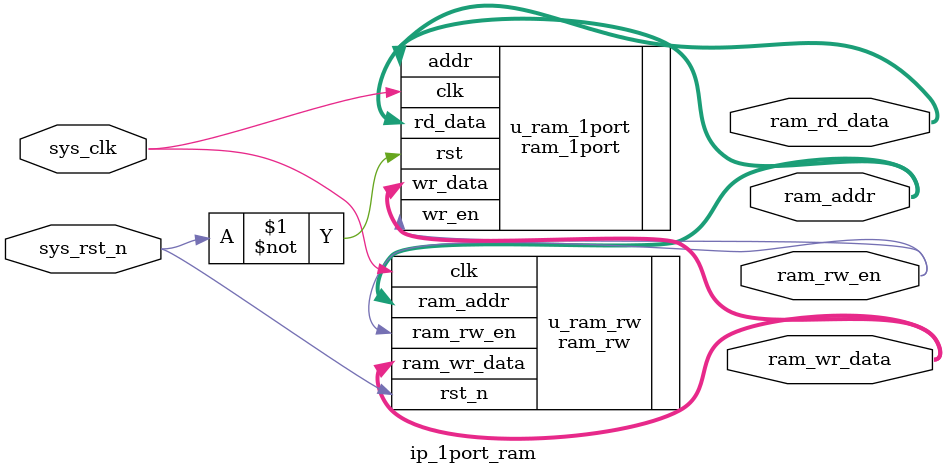
<source format=v>

module ip_1port_ram(
    
    input          sys_clk   ,   //ÏµÍ³Ê±ÖÓ
    input          sys_rst_n ,   //ÏµÍ³¸´Î»£¬µÍµçÆ½ÓÐÐ§

    //ÈßÓàÂß¼­£¬½ö½öÊÇÎªÁË½«¶Ë¿ÚÀ­³öÈ¥£¬·ñÔòÃ»ÓÐÊä³öÐÅºÅµÄ»°ÎÞ·¨ÔÚÏß×¥È¡ÐÅºÅ
    //ÎÞÐè·ÖÅäÒý½Å
    output [7:0] ram_wr_data ,   //ramÐ´Êý¾Ý
    output [7:0] ram_rd_data ,   //ram¶ÁÊý¾Ý
    output [4:0] ram_addr    ,   //ram¶ÁÐ´µØÖ·
    output       ram_rw_en       //ram¶ÁÐ´Ê¹ÄÜ£¬0£º¶ÁÊý¾Ý  1£ºÐ´Êý¾Ý
    
    );

//*****************************************************
//**                    main code
//*****************************************************

//Àý»¯µ¥¶Ë¿ÚRAM IPºË
ram_1port u_ram_1port (
  .wr_data    (ram_wr_data ),    // input [7:0]
  .addr       (ram_addr    ),    // input [4:0]
  .wr_en      (ram_rw_en   ),    // input
  .clk        (sys_clk     ),    // input
  .rst        (~sys_rst_n  ),    // input
  .rd_data    (ram_rd_data )     // output [7:0]
);

//RAM¶ÁÐ´Ä£¿é
ram_rw u_ram_rw (
    .clk            (sys_clk     ),
    .rst_n          (sys_rst_n   ),
    .ram_rw_en      (ram_rw_en   ),
    .ram_addr       (ram_addr    ),
    .ram_wr_data    (ram_wr_data )
    );
  
endmodule
</source>
